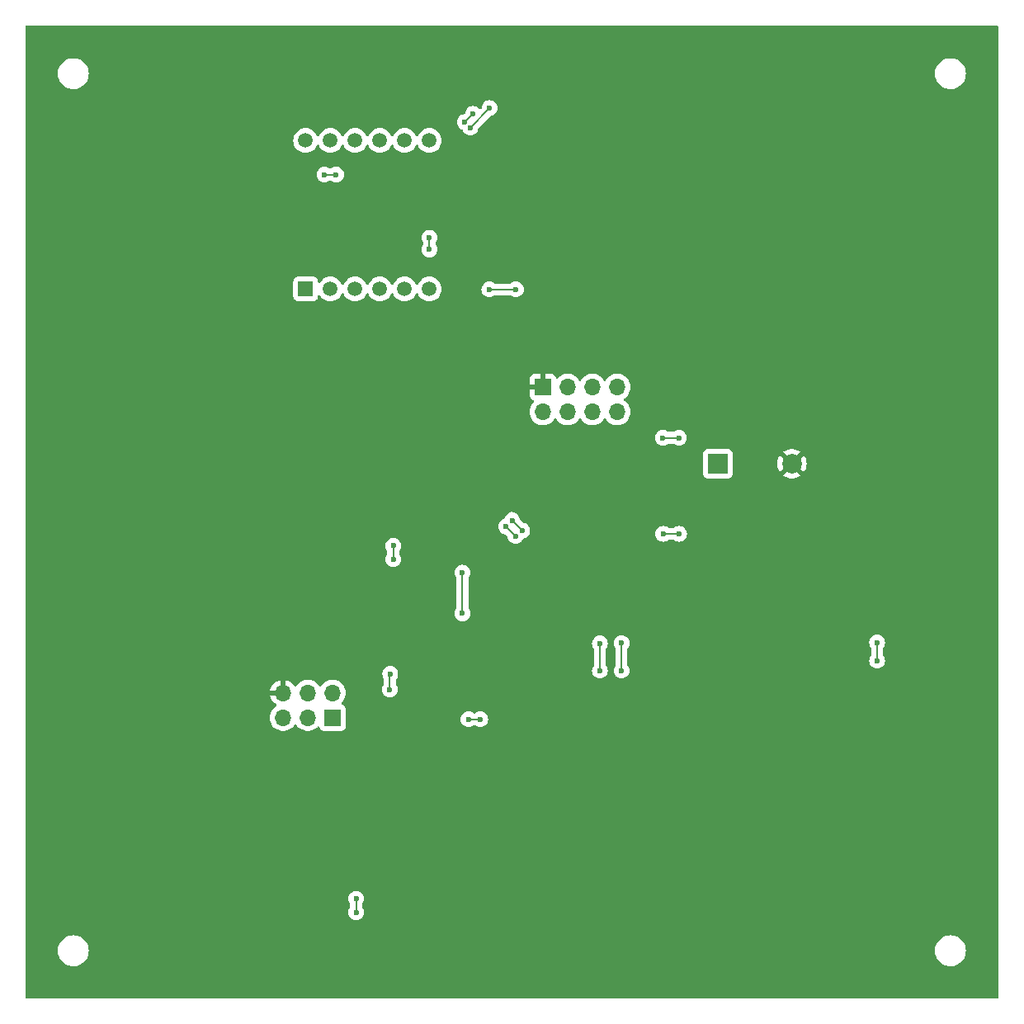
<source format=gbr>
%TF.GenerationSoftware,KiCad,Pcbnew,7.0.1*%
%TF.CreationDate,2023-04-20T18:42:27-06:00*%
%TF.ProjectId,Phase_B_Prototype,50686173-655f-4425-9f50-726f746f7479,rev?*%
%TF.SameCoordinates,Original*%
%TF.FileFunction,Copper,L2,Bot*%
%TF.FilePolarity,Positive*%
%FSLAX46Y46*%
G04 Gerber Fmt 4.6, Leading zero omitted, Abs format (unit mm)*
G04 Created by KiCad (PCBNEW 7.0.1) date 2023-04-20 18:42:27*
%MOMM*%
%LPD*%
G01*
G04 APERTURE LIST*
%TA.AperFunction,ComponentPad*%
%ADD10R,1.500000X1.500000*%
%TD*%
%TA.AperFunction,ComponentPad*%
%ADD11C,1.500000*%
%TD*%
%TA.AperFunction,ComponentPad*%
%ADD12R,1.700000X1.700000*%
%TD*%
%TA.AperFunction,ComponentPad*%
%ADD13O,1.700000X1.700000*%
%TD*%
%TA.AperFunction,ComponentPad*%
%ADD14R,2.000000X2.000000*%
%TD*%
%TA.AperFunction,ComponentPad*%
%ADD15C,2.000000*%
%TD*%
%TA.AperFunction,ViaPad*%
%ADD16C,0.600000*%
%TD*%
%TA.AperFunction,Conductor*%
%ADD17C,0.203200*%
%TD*%
G04 APERTURE END LIST*
D10*
%TO.P,U1,1,e*%
%TO.N,Net-(U1-e)*%
X132118000Y-59144000D03*
D11*
%TO.P,U1,2,d*%
%TO.N,Net-(U1-d)*%
X134658000Y-59144000D03*
%TO.P,U1,3,DPX*%
%TO.N,Net-(U1-DPX)*%
X137198000Y-59144000D03*
%TO.P,U1,4,c*%
%TO.N,Net-(U1-c)*%
X139738000Y-59144000D03*
%TO.P,U1,5,g*%
%TO.N,Net-(U1-g)*%
X142278000Y-59144000D03*
%TO.P,U1,6,CA4*%
%TO.N,Dig4*%
X144818000Y-59144000D03*
%TO.P,U1,7,b*%
%TO.N,Net-(U1-b)*%
X144818000Y-43904000D03*
%TO.P,U1,8,CA3*%
%TO.N,Dig3*%
X142278000Y-43904000D03*
%TO.P,U1,9,CA2*%
%TO.N,Dig2*%
X139738000Y-43904000D03*
%TO.P,U1,10,f*%
%TO.N,Net-(U1-f)*%
X137198000Y-43904000D03*
%TO.P,U1,11,a*%
%TO.N,Net-(U1-a)*%
X134658000Y-43904000D03*
%TO.P,U1,12,CA1*%
%TO.N,Dig1*%
X132118000Y-43904000D03*
%TD*%
D12*
%TO.P,J3,1,Pin_1*%
%TO.N,GND*%
X156464000Y-69215000D03*
D13*
%TO.P,J3,2,Pin_2*%
%TO.N,TX*%
X156464000Y-71755000D03*
%TO.P,J3,3,Pin_3*%
%TO.N,unconnected-(J3-Pin_3-Pad3)*%
X159004000Y-69215000D03*
%TO.P,J3,4,Pin_4*%
%TO.N,+3V3*%
X159004000Y-71755000D03*
%TO.P,J3,5,Pin_5*%
%TO.N,Net-(J3-Pin_5)*%
X161544000Y-69215000D03*
%TO.P,J3,6,Pin_6*%
%TO.N,+3V3*%
X161544000Y-71755000D03*
%TO.P,J3,7,Pin_7*%
%TO.N,RX*%
X164084000Y-69215000D03*
%TO.P,J3,8,Pin_8*%
%TO.N,+3V3*%
X164084000Y-71755000D03*
%TD*%
D12*
%TO.P,J2,1,MISO*%
%TO.N,MISO*%
X134886600Y-103136800D03*
D13*
%TO.P,J2,2,VCC*%
%TO.N,+5V*%
X134886600Y-100596800D03*
%TO.P,J2,3,SCK*%
%TO.N,SCK*%
X132346600Y-103136800D03*
%TO.P,J2,4,MOSI*%
%TO.N,MOSI*%
X132346600Y-100596800D03*
%TO.P,J2,5,~{RST}*%
%TO.N,RST*%
X129806600Y-103136800D03*
%TO.P,J2,6,GND*%
%TO.N,GND*%
X129806600Y-100596800D03*
%TD*%
D14*
%TO.P,LS1,1,1*%
%TO.N,Buzzer*%
X174421800Y-77063600D03*
D15*
%TO.P,LS1,2,2*%
%TO.N,GND*%
X182021800Y-77063600D03*
%TD*%
D16*
%TO.N,GND*%
X121475400Y-88658800D03*
X144551400Y-109042200D03*
X111315400Y-96355000D03*
X158369000Y-77393800D03*
X166674800Y-77139800D03*
X149428200Y-87630000D03*
X148846600Y-112179200D03*
X145846800Y-106934000D03*
X185813600Y-105549800D03*
X184162600Y-59470400D03*
X182257600Y-59470400D03*
X154622400Y-118376800D03*
X146586000Y-108674000D03*
X137490200Y-89016600D03*
X122542200Y-93738800D03*
X141008000Y-77813000D03*
X150952200Y-112166400D03*
X153555600Y-99936400D03*
X161663300Y-80581000D03*
X146240400Y-99911000D03*
X137452000Y-80403800D03*
X142294100Y-110217200D03*
X136855200Y-96774000D03*
X153555600Y-90665400D03*
X146989800Y-86842600D03*
X144640200Y-90716200D03*
X143865600Y-85318600D03*
X160705800Y-83235800D03*
X143243200Y-94551600D03*
X151041000Y-90716200D03*
X136804400Y-95046800D03*
X157988000Y-98780600D03*
X136829200Y-91846400D03*
%TO.N,Button_2*%
X150041700Y-103314600D03*
X148839500Y-103314600D03*
%TO.N,RED_LED*%
X170425500Y-74422000D03*
X168783000Y-74422000D03*
%TO.N,GREEN_LED*%
X190766600Y-95415200D03*
X190759842Y-97288042D03*
%TO.N,Net-(U1-b)*%
X144818000Y-55096900D03*
X144818000Y-53894700D03*
%TO.N,Net-(U1-f)*%
X135259100Y-47409200D03*
X134056900Y-47409200D03*
%TO.N,Dig4*%
X168820100Y-84277200D03*
X170434000Y-84277200D03*
X153698881Y-59194800D03*
X150973300Y-59194800D03*
%TO.N,Dig3*%
X137299600Y-121725400D03*
X149009591Y-42595676D03*
X151006645Y-40585100D03*
X137299600Y-123105400D03*
%TO.N,Dig2*%
X149294342Y-41180258D03*
X148444258Y-42030342D03*
%TO.N,Dig1*%
X153308996Y-82900396D03*
X154343000Y-83934400D03*
%TO.N,SH_CP*%
X141109600Y-85505000D03*
X141109600Y-86885000D03*
%TO.N,ST_CP*%
X148209000Y-88265000D03*
X148209000Y-92447600D03*
%TO.N,DS*%
X152686696Y-83522696D03*
X153662504Y-84498504D03*
%TO.N,MOSI*%
X140798042Y-98634242D03*
X140759942Y-100247142D03*
%TO.N,TX*%
X164528400Y-95491400D03*
X164528400Y-98314700D03*
%TO.N,RX*%
X162318600Y-95512500D03*
X162318600Y-98314700D03*
%TD*%
D17*
%TO.N,Button_2*%
X150041700Y-103314600D02*
X148839500Y-103314600D01*
%TO.N,RED_LED*%
X168783000Y-74422000D02*
X170425500Y-74422000D01*
%TO.N,GREEN_LED*%
X190759842Y-95421958D02*
X190766600Y-95415200D01*
X190759842Y-97288042D02*
X190759842Y-95421958D01*
%TO.N,Net-(U1-b)*%
X144818000Y-55096900D02*
X144818000Y-53894700D01*
%TO.N,Net-(U1-f)*%
X134056900Y-47409200D02*
X135259100Y-47409200D01*
%TO.N,Dig4*%
X153698881Y-59194800D02*
X150973300Y-59194800D01*
X168820100Y-84277200D02*
X170434000Y-84277200D01*
%TO.N,Dig3*%
X137299600Y-121725400D02*
X137299600Y-123105400D01*
X151006645Y-40585100D02*
X149009591Y-42582154D01*
X149009591Y-42582154D02*
X149009591Y-42595676D01*
%TO.N,Dig2*%
X149294342Y-41180258D02*
X148444258Y-42030342D01*
%TO.N,Dig1*%
X154343000Y-83934400D02*
X153308996Y-82900396D01*
%TO.N,SH_CP*%
X141109600Y-85505000D02*
X141109600Y-86885000D01*
%TO.N,ST_CP*%
X148209000Y-88265000D02*
X148209000Y-92447600D01*
%TO.N,DS*%
X152686696Y-83522696D02*
X153662504Y-84498504D01*
%TO.N,MOSI*%
X140759942Y-100247142D02*
X140759942Y-98596142D01*
X140759942Y-98596142D02*
X140798042Y-98634242D01*
%TO.N,TX*%
X164528400Y-95491400D02*
X164528400Y-98314700D01*
%TO.N,RX*%
X162318600Y-95512500D02*
X162318600Y-98314700D01*
%TD*%
%TA.AperFunction,Conductor*%
%TO.N,GND*%
G36*
X203151500Y-32134113D02*
G01*
X203196887Y-32179500D01*
X203213500Y-32241500D01*
X203213500Y-131842500D01*
X203196887Y-131904500D01*
X203151500Y-131949887D01*
X203089500Y-131966500D01*
X103488500Y-131966500D01*
X103426500Y-131949887D01*
X103381113Y-131904500D01*
X103364500Y-131842500D01*
X103364500Y-127042000D01*
X106708628Y-127042000D01*
X106728085Y-127289226D01*
X106785976Y-127530362D01*
X106845821Y-127674840D01*
X106880878Y-127759474D01*
X107010452Y-127970919D01*
X107171508Y-128159492D01*
X107360081Y-128320548D01*
X107571526Y-128450122D01*
X107740792Y-128520234D01*
X107800637Y-128545023D01*
X107876818Y-128563312D01*
X108041775Y-128602915D01*
X108289000Y-128622372D01*
X108536225Y-128602915D01*
X108777362Y-128545023D01*
X109006474Y-128450122D01*
X109217919Y-128320548D01*
X109406492Y-128159492D01*
X109567548Y-127970919D01*
X109697122Y-127759474D01*
X109792023Y-127530362D01*
X109849915Y-127289225D01*
X109869372Y-127042000D01*
X109869372Y-127041999D01*
X196708628Y-127041999D01*
X196728085Y-127289226D01*
X196785976Y-127530362D01*
X196845821Y-127674840D01*
X196880878Y-127759474D01*
X197010452Y-127970919D01*
X197171508Y-128159492D01*
X197360081Y-128320548D01*
X197571526Y-128450122D01*
X197740792Y-128520234D01*
X197800637Y-128545023D01*
X197876818Y-128563312D01*
X198041775Y-128602915D01*
X198289000Y-128622372D01*
X198536225Y-128602915D01*
X198777362Y-128545023D01*
X199006474Y-128450122D01*
X199217919Y-128320548D01*
X199406492Y-128159492D01*
X199567548Y-127970919D01*
X199697122Y-127759474D01*
X199792023Y-127530362D01*
X199849915Y-127289225D01*
X199869372Y-127042000D01*
X199849915Y-126794775D01*
X199792023Y-126553638D01*
X199697122Y-126324526D01*
X199567548Y-126113081D01*
X199406492Y-125924508D01*
X199217919Y-125763452D01*
X199006474Y-125633878D01*
X198921840Y-125598821D01*
X198777362Y-125538976D01*
X198536226Y-125481085D01*
X198289000Y-125461628D01*
X198041773Y-125481085D01*
X197800637Y-125538976D01*
X197571524Y-125633879D01*
X197360082Y-125763451D01*
X197171508Y-125924508D01*
X197010451Y-126113082D01*
X196880879Y-126324524D01*
X196785976Y-126553637D01*
X196728085Y-126794773D01*
X196708628Y-127041999D01*
X109869372Y-127041999D01*
X109849915Y-126794775D01*
X109792023Y-126553638D01*
X109697122Y-126324526D01*
X109567548Y-126113081D01*
X109406492Y-125924508D01*
X109217919Y-125763452D01*
X109006474Y-125633878D01*
X108921840Y-125598821D01*
X108777362Y-125538976D01*
X108536226Y-125481085D01*
X108289000Y-125461628D01*
X108041773Y-125481085D01*
X107800637Y-125538976D01*
X107571524Y-125633879D01*
X107360082Y-125763451D01*
X107171508Y-125924508D01*
X107010451Y-126113082D01*
X106880879Y-126324524D01*
X106785976Y-126553637D01*
X106728085Y-126794773D01*
X106708628Y-127042000D01*
X103364500Y-127042000D01*
X103364500Y-123105400D01*
X136485983Y-123105400D01*
X136506382Y-123286444D01*
X136506382Y-123286446D01*
X136506383Y-123286447D01*
X136566557Y-123458415D01*
X136663489Y-123612681D01*
X136792319Y-123741511D01*
X136946585Y-123838443D01*
X137118553Y-123898617D01*
X137299600Y-123919016D01*
X137480647Y-123898617D01*
X137652615Y-123838443D01*
X137806881Y-123741511D01*
X137935711Y-123612681D01*
X138032643Y-123458415D01*
X138092817Y-123286447D01*
X138113216Y-123105400D01*
X138092817Y-122924353D01*
X138032643Y-122752385D01*
X137935711Y-122598119D01*
X137935708Y-122598116D01*
X137928706Y-122586972D01*
X137909700Y-122521000D01*
X137909700Y-122309800D01*
X137928706Y-122243828D01*
X137935708Y-122232683D01*
X137935711Y-122232681D01*
X138032643Y-122078415D01*
X138092817Y-121906447D01*
X138113216Y-121725400D01*
X138092817Y-121544353D01*
X138032643Y-121372385D01*
X137935711Y-121218119D01*
X137806881Y-121089289D01*
X137652615Y-120992357D01*
X137480647Y-120932183D01*
X137480646Y-120932182D01*
X137480644Y-120932182D01*
X137299600Y-120911783D01*
X137118555Y-120932182D01*
X136946584Y-120992357D01*
X136792317Y-121089290D01*
X136663490Y-121218117D01*
X136566557Y-121372384D01*
X136506382Y-121544355D01*
X136485983Y-121725399D01*
X136506382Y-121906444D01*
X136506382Y-121906446D01*
X136506383Y-121906447D01*
X136566557Y-122078415D01*
X136663489Y-122232681D01*
X136663491Y-122232683D01*
X136670494Y-122243828D01*
X136689500Y-122309800D01*
X136689500Y-122521000D01*
X136670494Y-122586972D01*
X136663491Y-122598116D01*
X136663489Y-122598119D01*
X136566556Y-122752385D01*
X136566557Y-122752385D01*
X136506382Y-122924355D01*
X136485983Y-123105400D01*
X103364500Y-123105400D01*
X103364500Y-103136799D01*
X128443443Y-103136799D01*
X128462035Y-103361163D01*
X128517305Y-103579418D01*
X128607738Y-103785588D01*
X128607740Y-103785591D01*
X128730878Y-103974068D01*
X128883360Y-104139706D01*
X129061024Y-104277989D01*
X129259026Y-104385142D01*
X129471965Y-104458244D01*
X129694031Y-104495300D01*
X129919169Y-104495300D01*
X130141235Y-104458244D01*
X130354174Y-104385142D01*
X130552176Y-104277989D01*
X130729840Y-104139706D01*
X130882322Y-103974068D01*
X130972790Y-103835595D01*
X131017582Y-103794361D01*
X131076600Y-103779416D01*
X131135618Y-103794361D01*
X131180409Y-103835595D01*
X131251041Y-103943706D01*
X131270878Y-103974068D01*
X131423360Y-104139706D01*
X131601024Y-104277989D01*
X131799026Y-104385142D01*
X132011965Y-104458244D01*
X132234031Y-104495300D01*
X132459169Y-104495300D01*
X132681235Y-104458244D01*
X132894174Y-104385142D01*
X133092176Y-104277989D01*
X133269840Y-104139706D01*
X133333052Y-104071039D01*
X133385673Y-104037187D01*
X133448128Y-104033339D01*
X133504509Y-104060476D01*
X133540461Y-104111689D01*
X133585710Y-104233004D01*
X133673338Y-104350061D01*
X133790396Y-104437689D01*
X133927394Y-104488788D01*
X133927397Y-104488788D01*
X133927399Y-104488789D01*
X133987962Y-104495300D01*
X135785234Y-104495300D01*
X135785238Y-104495300D01*
X135845801Y-104488789D01*
X135845803Y-104488788D01*
X135845805Y-104488788D01*
X135927697Y-104458243D01*
X135982804Y-104437689D01*
X136099861Y-104350061D01*
X136187489Y-104233004D01*
X136222288Y-104139705D01*
X136238588Y-104096005D01*
X136238588Y-104096003D01*
X136238589Y-104096001D01*
X136245100Y-104035438D01*
X136245100Y-103314600D01*
X148025883Y-103314600D01*
X148046282Y-103495644D01*
X148046282Y-103495646D01*
X148046283Y-103495647D01*
X148106457Y-103667615D01*
X148203389Y-103821881D01*
X148332219Y-103950711D01*
X148486485Y-104047643D01*
X148658453Y-104107817D01*
X148839500Y-104128216D01*
X149020547Y-104107817D01*
X149192515Y-104047643D01*
X149346781Y-103950711D01*
X149346783Y-103950708D01*
X149357928Y-103943706D01*
X149423900Y-103924700D01*
X149457300Y-103924700D01*
X149523272Y-103943706D01*
X149534416Y-103950708D01*
X149534419Y-103950711D01*
X149688685Y-104047643D01*
X149860653Y-104107817D01*
X149981351Y-104121416D01*
X150041699Y-104128216D01*
X150041699Y-104128215D01*
X150041700Y-104128216D01*
X150222747Y-104107817D01*
X150394715Y-104047643D01*
X150548981Y-103950711D01*
X150677811Y-103821881D01*
X150774743Y-103667615D01*
X150834917Y-103495647D01*
X150855316Y-103314600D01*
X150834917Y-103133553D01*
X150774743Y-102961585D01*
X150677811Y-102807319D01*
X150548981Y-102678489D01*
X150394715Y-102581557D01*
X150222747Y-102521383D01*
X150222746Y-102521382D01*
X150222744Y-102521382D01*
X150041700Y-102500983D01*
X149860655Y-102521382D01*
X149688685Y-102581556D01*
X149688685Y-102581557D01*
X149534419Y-102678489D01*
X149534416Y-102678491D01*
X149523272Y-102685494D01*
X149457300Y-102704500D01*
X149423900Y-102704500D01*
X149357928Y-102685494D01*
X149346783Y-102678491D01*
X149346781Y-102678489D01*
X149192515Y-102581557D01*
X149020547Y-102521383D01*
X149020546Y-102521382D01*
X149020544Y-102521382D01*
X148839500Y-102500983D01*
X148658455Y-102521382D01*
X148486484Y-102581557D01*
X148332217Y-102678490D01*
X148203390Y-102807317D01*
X148106457Y-102961584D01*
X148046282Y-103133555D01*
X148025883Y-103314600D01*
X136245100Y-103314600D01*
X136245100Y-102238162D01*
X136238589Y-102177599D01*
X136238588Y-102177597D01*
X136238588Y-102177594D01*
X136187489Y-102040596D01*
X136099861Y-101923538D01*
X135982803Y-101835910D01*
X135865005Y-101791973D01*
X135815470Y-101757958D01*
X135787743Y-101704648D01*
X135788336Y-101644561D01*
X135817108Y-101591809D01*
X135962322Y-101434068D01*
X136085460Y-101245591D01*
X136175896Y-101039416D01*
X136231164Y-100821168D01*
X136249756Y-100596800D01*
X136231164Y-100372432D01*
X136199436Y-100247142D01*
X139946325Y-100247142D01*
X139966724Y-100428186D01*
X139966724Y-100428188D01*
X139966725Y-100428189D01*
X140026899Y-100600157D01*
X140123831Y-100754423D01*
X140252661Y-100883253D01*
X140406927Y-100980185D01*
X140578895Y-101040359D01*
X140759942Y-101060758D01*
X140940989Y-101040359D01*
X141112957Y-100980185D01*
X141267223Y-100883253D01*
X141396053Y-100754423D01*
X141492985Y-100600157D01*
X141553159Y-100428189D01*
X141573558Y-100247142D01*
X141553159Y-100066095D01*
X141492985Y-99894127D01*
X141396053Y-99739861D01*
X141396050Y-99739858D01*
X141389048Y-99728714D01*
X141370042Y-99662742D01*
X141370042Y-99256996D01*
X141379481Y-99209543D01*
X141406361Y-99169315D01*
X141417668Y-99158008D01*
X141434153Y-99141523D01*
X141531085Y-98987257D01*
X141591259Y-98815289D01*
X141611658Y-98634242D01*
X141591259Y-98453195D01*
X141542798Y-98314700D01*
X161504983Y-98314700D01*
X161525382Y-98495744D01*
X161525382Y-98495746D01*
X161525383Y-98495747D01*
X161585557Y-98667715D01*
X161682489Y-98821981D01*
X161811319Y-98950811D01*
X161965585Y-99047743D01*
X162137553Y-99107917D01*
X162318600Y-99128316D01*
X162499647Y-99107917D01*
X162671615Y-99047743D01*
X162825881Y-98950811D01*
X162954711Y-98821981D01*
X163051643Y-98667715D01*
X163111817Y-98495747D01*
X163132216Y-98314700D01*
X163714783Y-98314700D01*
X163735182Y-98495744D01*
X163735182Y-98495746D01*
X163735183Y-98495747D01*
X163795357Y-98667715D01*
X163892289Y-98821981D01*
X164021119Y-98950811D01*
X164175385Y-99047743D01*
X164347353Y-99107917D01*
X164528400Y-99128316D01*
X164709447Y-99107917D01*
X164881415Y-99047743D01*
X165035681Y-98950811D01*
X165164511Y-98821981D01*
X165261443Y-98667715D01*
X165321617Y-98495747D01*
X165342016Y-98314700D01*
X165321617Y-98133653D01*
X165261443Y-97961685D01*
X165164511Y-97807419D01*
X165164508Y-97807416D01*
X165157506Y-97796272D01*
X165138500Y-97730300D01*
X165138500Y-97288042D01*
X189946225Y-97288042D01*
X189966624Y-97469086D01*
X189966624Y-97469088D01*
X189966625Y-97469089D01*
X190026799Y-97641057D01*
X190123731Y-97795323D01*
X190252561Y-97924153D01*
X190406827Y-98021085D01*
X190578795Y-98081259D01*
X190759842Y-98101658D01*
X190940889Y-98081259D01*
X191112857Y-98021085D01*
X191267123Y-97924153D01*
X191395953Y-97795323D01*
X191492885Y-97641057D01*
X191553059Y-97469089D01*
X191573458Y-97288042D01*
X191553059Y-97106995D01*
X191492885Y-96935027D01*
X191395953Y-96780761D01*
X191395950Y-96780758D01*
X191388948Y-96769614D01*
X191369942Y-96703642D01*
X191369942Y-96006612D01*
X191379381Y-95959159D01*
X191395775Y-95934623D01*
X191395277Y-95934311D01*
X191402709Y-95922482D01*
X191402711Y-95922481D01*
X191499643Y-95768215D01*
X191559817Y-95596247D01*
X191580216Y-95415200D01*
X191559817Y-95234153D01*
X191499643Y-95062185D01*
X191402711Y-94907919D01*
X191273881Y-94779089D01*
X191119615Y-94682157D01*
X190947647Y-94621983D01*
X190947646Y-94621982D01*
X190947644Y-94621982D01*
X190766600Y-94601583D01*
X190585555Y-94621982D01*
X190413584Y-94682157D01*
X190259317Y-94779090D01*
X190130490Y-94907917D01*
X190033557Y-95062184D01*
X189973382Y-95234155D01*
X189952983Y-95415199D01*
X189973382Y-95596244D01*
X189973382Y-95596246D01*
X189973383Y-95596247D01*
X190033557Y-95768215D01*
X190130489Y-95922481D01*
X190130490Y-95922482D01*
X190130736Y-95922873D01*
X190149742Y-95988845D01*
X190149742Y-96703642D01*
X190130736Y-96769614D01*
X190123733Y-96780758D01*
X190123731Y-96780761D01*
X190026798Y-96935027D01*
X190026799Y-96935027D01*
X189966624Y-97106997D01*
X189946225Y-97288042D01*
X165138500Y-97288042D01*
X165138500Y-96075800D01*
X165157506Y-96009828D01*
X165164508Y-95998683D01*
X165164511Y-95998681D01*
X165261443Y-95844415D01*
X165321617Y-95672447D01*
X165342016Y-95491400D01*
X165321617Y-95310353D01*
X165261443Y-95138385D01*
X165164511Y-94984119D01*
X165035681Y-94855289D01*
X164881415Y-94758357D01*
X164709447Y-94698183D01*
X164709446Y-94698182D01*
X164709444Y-94698182D01*
X164528400Y-94677783D01*
X164347355Y-94698182D01*
X164175384Y-94758357D01*
X164021117Y-94855290D01*
X163892290Y-94984117D01*
X163795357Y-95138384D01*
X163735182Y-95310355D01*
X163714783Y-95491400D01*
X163735182Y-95672444D01*
X163735182Y-95672446D01*
X163735183Y-95672447D01*
X163795357Y-95844415D01*
X163892289Y-95998681D01*
X163892291Y-95998683D01*
X163899294Y-96009828D01*
X163918300Y-96075800D01*
X163918300Y-97730300D01*
X163899294Y-97796272D01*
X163892291Y-97807416D01*
X163892289Y-97807419D01*
X163833363Y-97901199D01*
X163795357Y-97961685D01*
X163735182Y-98133655D01*
X163714783Y-98314700D01*
X163132216Y-98314700D01*
X163111817Y-98133653D01*
X163051643Y-97961685D01*
X162954711Y-97807419D01*
X162954708Y-97807416D01*
X162947706Y-97796272D01*
X162928700Y-97730300D01*
X162928700Y-96096900D01*
X162947706Y-96030928D01*
X162954708Y-96019783D01*
X162954711Y-96019781D01*
X163051643Y-95865515D01*
X163111817Y-95693547D01*
X163132216Y-95512500D01*
X163111817Y-95331453D01*
X163051643Y-95159485D01*
X162954711Y-95005219D01*
X162825881Y-94876389D01*
X162671615Y-94779457D01*
X162499647Y-94719283D01*
X162499646Y-94719282D01*
X162499644Y-94719282D01*
X162318600Y-94698883D01*
X162137555Y-94719282D01*
X161965584Y-94779457D01*
X161811317Y-94876390D01*
X161682490Y-95005217D01*
X161585557Y-95159484D01*
X161525382Y-95331455D01*
X161504983Y-95512499D01*
X161525382Y-95693544D01*
X161525382Y-95693546D01*
X161525383Y-95693547D01*
X161585557Y-95865515D01*
X161682489Y-96019781D01*
X161682491Y-96019783D01*
X161689494Y-96030928D01*
X161708500Y-96096900D01*
X161708500Y-97730300D01*
X161689494Y-97796272D01*
X161682491Y-97807416D01*
X161682489Y-97807419D01*
X161623563Y-97901199D01*
X161585557Y-97961685D01*
X161525382Y-98133655D01*
X161504983Y-98314700D01*
X141542798Y-98314700D01*
X141531085Y-98281227D01*
X141434153Y-98126961D01*
X141305323Y-97998131D01*
X141151057Y-97901199D01*
X140979089Y-97841025D01*
X140979088Y-97841024D01*
X140979086Y-97841024D01*
X140798042Y-97820625D01*
X140616997Y-97841024D01*
X140445026Y-97901199D01*
X140290759Y-97998132D01*
X140161932Y-98126959D01*
X140064999Y-98281226D01*
X140004824Y-98453197D01*
X139984425Y-98634241D01*
X140004824Y-98815286D01*
X140064999Y-98987257D01*
X140130836Y-99092036D01*
X140149842Y-99158008D01*
X140149842Y-99662742D01*
X140130836Y-99728714D01*
X140123833Y-99739858D01*
X140123831Y-99739861D01*
X140111470Y-99759534D01*
X140026899Y-99894127D01*
X139966724Y-100066097D01*
X139946325Y-100247142D01*
X136199436Y-100247142D01*
X136175896Y-100154184D01*
X136085460Y-99948009D01*
X135962322Y-99759532D01*
X135809840Y-99593894D01*
X135632176Y-99455611D01*
X135434174Y-99348458D01*
X135434173Y-99348457D01*
X135434172Y-99348457D01*
X135221236Y-99275356D01*
X134999169Y-99238300D01*
X134774031Y-99238300D01*
X134551963Y-99275356D01*
X134339027Y-99348457D01*
X134141024Y-99455611D01*
X133963360Y-99593894D01*
X133810879Y-99759530D01*
X133720409Y-99898005D01*
X133675617Y-99939238D01*
X133616600Y-99954183D01*
X133557583Y-99939238D01*
X133512791Y-99898005D01*
X133422323Y-99759534D01*
X133422322Y-99759532D01*
X133269840Y-99593894D01*
X133092176Y-99455611D01*
X132894174Y-99348458D01*
X132894173Y-99348457D01*
X132894172Y-99348457D01*
X132681236Y-99275356D01*
X132459169Y-99238300D01*
X132234031Y-99238300D01*
X132011963Y-99275356D01*
X131799027Y-99348457D01*
X131601024Y-99455611D01*
X131423360Y-99593894D01*
X131270875Y-99759534D01*
X131176850Y-99903450D01*
X131132934Y-99944205D01*
X131075035Y-99959612D01*
X131016671Y-99946074D01*
X130971467Y-99906751D01*
X130844709Y-99725721D01*
X130677681Y-99558693D01*
X130484176Y-99423199D01*
X130270092Y-99323369D01*
X130056600Y-99266164D01*
X130056600Y-100722800D01*
X130039987Y-100784800D01*
X129994600Y-100830187D01*
X129932600Y-100846800D01*
X128475964Y-100846800D01*
X128533169Y-101060292D01*
X128632999Y-101274376D01*
X128768493Y-101467881D01*
X128935518Y-101634906D01*
X129116402Y-101761563D01*
X129156865Y-101809061D01*
X129169074Y-101870252D01*
X129149936Y-101929642D01*
X129104298Y-101972192D01*
X129061022Y-101995612D01*
X128883360Y-102133894D01*
X128730879Y-102299530D01*
X128607738Y-102488011D01*
X128517305Y-102694181D01*
X128462035Y-102912436D01*
X128443443Y-103136799D01*
X103364500Y-103136799D01*
X103364500Y-100346800D01*
X128475964Y-100346800D01*
X129556600Y-100346800D01*
X129556600Y-99266164D01*
X129556599Y-99266164D01*
X129343107Y-99323369D01*
X129129021Y-99423200D01*
X128935521Y-99558690D01*
X128768490Y-99725721D01*
X128633000Y-99919221D01*
X128533169Y-100133307D01*
X128475964Y-100346799D01*
X128475964Y-100346800D01*
X103364500Y-100346800D01*
X103364500Y-92447599D01*
X147395383Y-92447599D01*
X147415782Y-92628644D01*
X147415782Y-92628646D01*
X147415783Y-92628647D01*
X147475957Y-92800615D01*
X147572889Y-92954881D01*
X147701719Y-93083711D01*
X147855985Y-93180643D01*
X148027953Y-93240817D01*
X148209000Y-93261216D01*
X148390047Y-93240817D01*
X148562015Y-93180643D01*
X148716281Y-93083711D01*
X148845111Y-92954881D01*
X148942043Y-92800615D01*
X149002217Y-92628647D01*
X149022616Y-92447600D01*
X149002217Y-92266553D01*
X148942043Y-92094585D01*
X148845111Y-91940319D01*
X148845108Y-91940316D01*
X148838106Y-91929172D01*
X148819100Y-91863200D01*
X148819100Y-88849400D01*
X148838106Y-88783428D01*
X148845108Y-88772283D01*
X148845111Y-88772281D01*
X148942043Y-88618015D01*
X149002217Y-88446047D01*
X149022616Y-88265000D01*
X149002217Y-88083953D01*
X148942043Y-87911985D01*
X148845111Y-87757719D01*
X148716281Y-87628889D01*
X148562015Y-87531957D01*
X148390047Y-87471783D01*
X148390046Y-87471782D01*
X148390044Y-87471782D01*
X148209000Y-87451383D01*
X148027955Y-87471782D01*
X147855984Y-87531957D01*
X147701717Y-87628890D01*
X147572890Y-87757717D01*
X147475957Y-87911984D01*
X147415782Y-88083955D01*
X147395383Y-88265000D01*
X147415782Y-88446044D01*
X147415782Y-88446046D01*
X147415783Y-88446047D01*
X147475957Y-88618015D01*
X147572889Y-88772281D01*
X147572891Y-88772283D01*
X147579894Y-88783428D01*
X147598900Y-88849400D01*
X147598900Y-91863200D01*
X147579894Y-91929172D01*
X147572891Y-91940316D01*
X147572889Y-91940319D01*
X147475956Y-92094585D01*
X147475957Y-92094585D01*
X147415782Y-92266555D01*
X147395383Y-92447599D01*
X103364500Y-92447599D01*
X103364500Y-86885000D01*
X140295983Y-86885000D01*
X140316382Y-87066044D01*
X140316382Y-87066046D01*
X140316383Y-87066047D01*
X140376557Y-87238015D01*
X140473489Y-87392281D01*
X140602319Y-87521111D01*
X140756585Y-87618043D01*
X140928553Y-87678217D01*
X141109600Y-87698616D01*
X141290647Y-87678217D01*
X141462615Y-87618043D01*
X141616881Y-87521111D01*
X141745711Y-87392281D01*
X141842643Y-87238015D01*
X141902817Y-87066047D01*
X141923216Y-86885000D01*
X141902817Y-86703953D01*
X141842643Y-86531985D01*
X141745711Y-86377719D01*
X141745708Y-86377716D01*
X141738706Y-86366572D01*
X141719700Y-86300600D01*
X141719700Y-86089400D01*
X141738706Y-86023428D01*
X141745708Y-86012283D01*
X141745711Y-86012281D01*
X141842643Y-85858015D01*
X141902817Y-85686047D01*
X141923216Y-85505000D01*
X141902817Y-85323953D01*
X141842643Y-85151985D01*
X141745711Y-84997719D01*
X141616881Y-84868889D01*
X141462615Y-84771957D01*
X141290647Y-84711783D01*
X141290646Y-84711782D01*
X141290644Y-84711782D01*
X141109600Y-84691383D01*
X140928555Y-84711782D01*
X140756584Y-84771957D01*
X140602317Y-84868890D01*
X140473490Y-84997717D01*
X140376557Y-85151984D01*
X140316382Y-85323955D01*
X140295983Y-85505000D01*
X140316382Y-85686044D01*
X140316382Y-85686046D01*
X140316383Y-85686047D01*
X140376557Y-85858015D01*
X140473489Y-86012281D01*
X140473491Y-86012283D01*
X140480494Y-86023428D01*
X140499500Y-86089400D01*
X140499500Y-86300600D01*
X140480494Y-86366572D01*
X140473491Y-86377716D01*
X140473489Y-86377719D01*
X140376556Y-86531985D01*
X140376557Y-86531985D01*
X140316382Y-86703955D01*
X140295983Y-86885000D01*
X103364500Y-86885000D01*
X103364500Y-83522695D01*
X151873079Y-83522695D01*
X151893478Y-83703740D01*
X151893478Y-83703742D01*
X151893479Y-83703743D01*
X151953653Y-83875711D01*
X152050585Y-84029977D01*
X152179415Y-84158807D01*
X152333681Y-84255739D01*
X152505649Y-84315913D01*
X152570762Y-84323249D01*
X152588136Y-84325207D01*
X152628054Y-84336707D01*
X152661934Y-84360746D01*
X152824453Y-84523265D01*
X152848492Y-84557144D01*
X152859992Y-84597062D01*
X152869286Y-84679548D01*
X152869286Y-84679550D01*
X152869287Y-84679551D01*
X152929461Y-84851519D01*
X153026393Y-85005785D01*
X153155223Y-85134615D01*
X153309489Y-85231547D01*
X153481457Y-85291721D01*
X153662504Y-85312120D01*
X153843551Y-85291721D01*
X154015519Y-85231547D01*
X154169785Y-85134615D01*
X154298615Y-85005785D01*
X154395547Y-84851519D01*
X154409674Y-84811145D01*
X154449403Y-84755152D01*
X154512832Y-84728880D01*
X154524047Y-84727617D01*
X154696015Y-84667443D01*
X154850281Y-84570511D01*
X154979111Y-84441681D01*
X155076043Y-84287415D01*
X155079618Y-84277199D01*
X168006483Y-84277199D01*
X168026882Y-84458244D01*
X168026882Y-84458246D01*
X168026883Y-84458247D01*
X168087057Y-84630215D01*
X168183989Y-84784481D01*
X168312819Y-84913311D01*
X168467085Y-85010243D01*
X168639053Y-85070417D01*
X168820100Y-85090816D01*
X169001147Y-85070417D01*
X169173115Y-85010243D01*
X169327381Y-84913311D01*
X169327383Y-84913308D01*
X169338528Y-84906306D01*
X169404500Y-84887300D01*
X169849600Y-84887300D01*
X169915572Y-84906306D01*
X169926716Y-84913308D01*
X169926719Y-84913311D01*
X170080985Y-85010243D01*
X170252953Y-85070417D01*
X170434000Y-85090816D01*
X170615047Y-85070417D01*
X170787015Y-85010243D01*
X170941281Y-84913311D01*
X171070111Y-84784481D01*
X171167043Y-84630215D01*
X171227217Y-84458247D01*
X171247616Y-84277200D01*
X171227217Y-84096153D01*
X171167043Y-83924185D01*
X171070111Y-83769919D01*
X170941281Y-83641089D01*
X170787015Y-83544157D01*
X170615047Y-83483983D01*
X170615046Y-83483982D01*
X170615044Y-83483982D01*
X170434000Y-83463583D01*
X170252955Y-83483982D01*
X170142320Y-83522695D01*
X170080985Y-83544157D01*
X169926719Y-83641089D01*
X169926716Y-83641091D01*
X169915572Y-83648094D01*
X169849600Y-83667100D01*
X169404500Y-83667100D01*
X169338528Y-83648094D01*
X169327383Y-83641091D01*
X169327381Y-83641089D01*
X169173115Y-83544157D01*
X169001147Y-83483983D01*
X169001146Y-83483982D01*
X169001144Y-83483982D01*
X168820100Y-83463583D01*
X168639055Y-83483982D01*
X168467084Y-83544157D01*
X168312817Y-83641090D01*
X168183990Y-83769917D01*
X168087057Y-83924184D01*
X168026882Y-84096155D01*
X168006483Y-84277199D01*
X155079618Y-84277199D01*
X155136217Y-84115447D01*
X155156616Y-83934400D01*
X155136217Y-83753353D01*
X155076043Y-83581385D01*
X154979111Y-83427119D01*
X154850281Y-83298289D01*
X154696015Y-83201357D01*
X154524047Y-83141183D01*
X154524046Y-83141182D01*
X154524044Y-83141182D01*
X154441558Y-83131888D01*
X154401640Y-83120388D01*
X154367761Y-83096349D01*
X154147046Y-82875634D01*
X154123007Y-82841754D01*
X154111507Y-82801836D01*
X154102213Y-82719351D01*
X154102213Y-82719349D01*
X154042039Y-82547381D01*
X153945107Y-82393115D01*
X153816277Y-82264285D01*
X153662011Y-82167353D01*
X153490043Y-82107179D01*
X153490042Y-82107178D01*
X153490040Y-82107178D01*
X153476024Y-82105599D01*
X153431148Y-82091572D01*
X153394720Y-82061847D01*
X153371978Y-82020696D01*
X153361731Y-81989158D01*
X153316781Y-81956500D01*
X153261219Y-81956500D01*
X153261218Y-81956500D01*
X153216269Y-81989157D01*
X153203318Y-82029017D01*
X153174047Y-82077391D01*
X153126342Y-82107740D01*
X152955983Y-82167351D01*
X152801713Y-82264286D01*
X152672886Y-82393113D01*
X152575952Y-82547382D01*
X152532874Y-82670489D01*
X152503514Y-82717214D01*
X152456789Y-82746574D01*
X152333682Y-82789652D01*
X152179413Y-82886586D01*
X152050586Y-83015413D01*
X151953653Y-83169680D01*
X151893478Y-83341651D01*
X151873079Y-83522695D01*
X103364500Y-83522695D01*
X103364500Y-78112234D01*
X172913300Y-78112234D01*
X172919811Y-78172805D01*
X172970910Y-78309803D01*
X173058538Y-78426861D01*
X173175596Y-78514489D01*
X173312594Y-78565588D01*
X173312597Y-78565588D01*
X173312599Y-78565589D01*
X173373162Y-78572100D01*
X175470434Y-78572100D01*
X175470438Y-78572100D01*
X175531001Y-78565589D01*
X175531003Y-78565588D01*
X175531005Y-78565588D01*
X175646035Y-78522683D01*
X175668004Y-78514489D01*
X175785061Y-78426861D01*
X175872689Y-78309804D01*
X175881116Y-78287210D01*
X181151742Y-78287210D01*
X181198566Y-78323655D01*
X181417193Y-78441968D01*
X181652306Y-78522683D01*
X181897507Y-78563600D01*
X182146093Y-78563600D01*
X182391293Y-78522683D01*
X182626406Y-78441968D01*
X182845033Y-78323653D01*
X182891856Y-78287209D01*
X182021800Y-77417153D01*
X181151742Y-78287209D01*
X181151742Y-78287210D01*
X175881116Y-78287210D01*
X175923789Y-78172801D01*
X175930300Y-78112238D01*
X175930300Y-77063599D01*
X180516658Y-77063599D01*
X180537186Y-77311332D01*
X180598213Y-77552321D01*
X180698068Y-77779970D01*
X180798363Y-77933482D01*
X180798364Y-77933482D01*
X181668247Y-77063601D01*
X181668247Y-77063600D01*
X182375353Y-77063600D01*
X183245234Y-77933482D01*
X183345530Y-77779969D01*
X183445386Y-77552321D01*
X183506413Y-77311332D01*
X183526941Y-77063599D01*
X183506413Y-76815867D01*
X183445386Y-76574878D01*
X183345530Y-76347230D01*
X183245234Y-76193716D01*
X182375353Y-77063600D01*
X181668247Y-77063600D01*
X180798364Y-76193716D01*
X180698066Y-76347234D01*
X180598213Y-76574878D01*
X180537186Y-76815867D01*
X180516658Y-77063599D01*
X175930300Y-77063599D01*
X175930300Y-76014962D01*
X175923789Y-75954399D01*
X175923788Y-75954397D01*
X175923788Y-75954394D01*
X175881116Y-75839990D01*
X181151742Y-75839990D01*
X182021800Y-76710047D01*
X182021801Y-76710047D01*
X182891857Y-75839990D01*
X182891856Y-75839988D01*
X182845035Y-75803547D01*
X182626406Y-75685231D01*
X182391293Y-75604516D01*
X182146093Y-75563600D01*
X181897507Y-75563600D01*
X181652306Y-75604516D01*
X181417193Y-75685231D01*
X181198564Y-75803546D01*
X181151742Y-75839988D01*
X181151742Y-75839990D01*
X175881116Y-75839990D01*
X175872689Y-75817396D01*
X175785061Y-75700338D01*
X175668003Y-75612710D01*
X175531005Y-75561611D01*
X175500719Y-75558355D01*
X175470438Y-75555100D01*
X173373162Y-75555100D01*
X173346245Y-75557993D01*
X173312594Y-75561611D01*
X173175596Y-75612710D01*
X173058538Y-75700338D01*
X172970910Y-75817396D01*
X172919811Y-75954394D01*
X172913300Y-76014966D01*
X172913300Y-78112234D01*
X103364500Y-78112234D01*
X103364500Y-74422000D01*
X167969383Y-74422000D01*
X167989782Y-74603044D01*
X167989782Y-74603046D01*
X167989783Y-74603047D01*
X168049957Y-74775015D01*
X168146889Y-74929281D01*
X168275719Y-75058111D01*
X168429985Y-75155043D01*
X168601953Y-75215217D01*
X168783000Y-75235616D01*
X168964047Y-75215217D01*
X169136015Y-75155043D01*
X169290281Y-75058111D01*
X169290283Y-75058108D01*
X169301428Y-75051106D01*
X169367400Y-75032100D01*
X169841100Y-75032100D01*
X169907072Y-75051106D01*
X169918216Y-75058108D01*
X169918219Y-75058111D01*
X170072485Y-75155043D01*
X170244453Y-75215217D01*
X170425500Y-75235616D01*
X170606547Y-75215217D01*
X170778515Y-75155043D01*
X170932781Y-75058111D01*
X171061611Y-74929281D01*
X171158543Y-74775015D01*
X171218717Y-74603047D01*
X171239116Y-74422000D01*
X171218717Y-74240953D01*
X171158543Y-74068985D01*
X171061611Y-73914719D01*
X170932781Y-73785889D01*
X170778515Y-73688957D01*
X170606547Y-73628783D01*
X170606546Y-73628782D01*
X170606544Y-73628782D01*
X170425500Y-73608383D01*
X170244455Y-73628782D01*
X170072484Y-73688957D01*
X170072485Y-73688957D01*
X169918219Y-73785889D01*
X169918216Y-73785891D01*
X169907072Y-73792894D01*
X169841100Y-73811900D01*
X169367400Y-73811900D01*
X169301428Y-73792894D01*
X169290283Y-73785891D01*
X169290281Y-73785889D01*
X169136015Y-73688957D01*
X168964047Y-73628783D01*
X168964046Y-73628782D01*
X168964044Y-73628782D01*
X168783000Y-73608383D01*
X168601955Y-73628782D01*
X168429984Y-73688957D01*
X168275717Y-73785890D01*
X168146890Y-73914717D01*
X168049957Y-74068984D01*
X167989782Y-74240955D01*
X167969383Y-74422000D01*
X103364500Y-74422000D01*
X103364500Y-71755000D01*
X155100843Y-71755000D01*
X155119435Y-71979363D01*
X155174705Y-72197618D01*
X155265138Y-72403788D01*
X155265140Y-72403791D01*
X155388278Y-72592268D01*
X155540760Y-72757906D01*
X155718424Y-72896189D01*
X155916426Y-73003342D01*
X156129365Y-73076444D01*
X156351431Y-73113500D01*
X156576569Y-73113500D01*
X156798635Y-73076444D01*
X157011574Y-73003342D01*
X157209576Y-72896189D01*
X157387240Y-72757906D01*
X157539722Y-72592268D01*
X157630190Y-72453795D01*
X157674982Y-72412561D01*
X157734000Y-72397616D01*
X157793018Y-72412561D01*
X157837809Y-72453795D01*
X157928278Y-72592268D01*
X158080760Y-72757906D01*
X158258424Y-72896189D01*
X158456426Y-73003342D01*
X158669365Y-73076444D01*
X158891431Y-73113500D01*
X159116569Y-73113500D01*
X159338635Y-73076444D01*
X159551574Y-73003342D01*
X159749576Y-72896189D01*
X159927240Y-72757906D01*
X160079722Y-72592268D01*
X160170190Y-72453795D01*
X160214982Y-72412561D01*
X160274000Y-72397616D01*
X160333018Y-72412561D01*
X160377809Y-72453795D01*
X160468278Y-72592268D01*
X160620760Y-72757906D01*
X160798424Y-72896189D01*
X160996426Y-73003342D01*
X161209365Y-73076444D01*
X161431431Y-73113500D01*
X161656569Y-73113500D01*
X161878635Y-73076444D01*
X162091574Y-73003342D01*
X162289576Y-72896189D01*
X162467240Y-72757906D01*
X162619722Y-72592268D01*
X162710190Y-72453795D01*
X162754982Y-72412561D01*
X162814000Y-72397616D01*
X162873018Y-72412561D01*
X162917809Y-72453795D01*
X163008278Y-72592268D01*
X163160760Y-72757906D01*
X163338424Y-72896189D01*
X163536426Y-73003342D01*
X163749365Y-73076444D01*
X163971431Y-73113500D01*
X164196569Y-73113500D01*
X164418635Y-73076444D01*
X164631574Y-73003342D01*
X164829576Y-72896189D01*
X165007240Y-72757906D01*
X165159722Y-72592268D01*
X165282860Y-72403791D01*
X165373296Y-72197616D01*
X165428564Y-71979368D01*
X165447156Y-71755000D01*
X165428564Y-71530632D01*
X165373296Y-71312384D01*
X165282860Y-71106209D01*
X165159722Y-70917732D01*
X165007240Y-70752094D01*
X164829576Y-70613811D01*
X164829575Y-70613810D01*
X164793067Y-70594053D01*
X164745562Y-70548471D01*
X164728086Y-70484997D01*
X164745564Y-70421523D01*
X164793067Y-70375946D01*
X164829576Y-70356189D01*
X165007240Y-70217906D01*
X165159722Y-70052268D01*
X165282860Y-69863791D01*
X165373296Y-69657616D01*
X165428564Y-69439368D01*
X165447156Y-69215000D01*
X165428564Y-68990632D01*
X165373296Y-68772384D01*
X165282860Y-68566209D01*
X165159722Y-68377732D01*
X165007240Y-68212094D01*
X164829576Y-68073811D01*
X164631574Y-67966658D01*
X164631573Y-67966657D01*
X164631572Y-67966657D01*
X164418636Y-67893556D01*
X164196569Y-67856500D01*
X163971431Y-67856500D01*
X163749363Y-67893556D01*
X163536427Y-67966657D01*
X163338424Y-68073811D01*
X163160760Y-68212094D01*
X163008279Y-68377730D01*
X162917809Y-68516205D01*
X162873017Y-68557438D01*
X162814000Y-68572383D01*
X162754983Y-68557438D01*
X162710191Y-68516205D01*
X162690043Y-68485367D01*
X162619722Y-68377732D01*
X162467240Y-68212094D01*
X162289576Y-68073811D01*
X162091574Y-67966658D01*
X162091573Y-67966657D01*
X162091572Y-67966657D01*
X161878636Y-67893556D01*
X161656569Y-67856500D01*
X161431431Y-67856500D01*
X161209363Y-67893556D01*
X160996427Y-67966657D01*
X160798424Y-68073811D01*
X160620760Y-68212094D01*
X160468279Y-68377730D01*
X160377809Y-68516205D01*
X160333017Y-68557438D01*
X160274000Y-68572383D01*
X160214983Y-68557438D01*
X160170191Y-68516205D01*
X160150043Y-68485367D01*
X160079722Y-68377732D01*
X159927240Y-68212094D01*
X159749576Y-68073811D01*
X159551574Y-67966658D01*
X159551573Y-67966657D01*
X159551572Y-67966657D01*
X159338636Y-67893556D01*
X159116569Y-67856500D01*
X158891431Y-67856500D01*
X158669363Y-67893556D01*
X158456427Y-67966657D01*
X158258424Y-68073811D01*
X158080759Y-68212094D01*
X158011090Y-68287773D01*
X157958466Y-68321626D01*
X157896012Y-68325473D01*
X157839631Y-68298335D01*
X157803680Y-68247121D01*
X157757352Y-68122911D01*
X157671188Y-68007811D01*
X157556089Y-67921647D01*
X157421375Y-67871402D01*
X157361824Y-67865000D01*
X156714000Y-67865000D01*
X156714000Y-69341000D01*
X156697387Y-69403000D01*
X156652000Y-69448387D01*
X156590000Y-69465000D01*
X155114000Y-69465000D01*
X155114000Y-70112824D01*
X155120402Y-70172375D01*
X155170647Y-70307089D01*
X155256811Y-70422188D01*
X155371911Y-70508352D01*
X155491810Y-70553072D01*
X155541346Y-70587087D01*
X155569073Y-70640397D01*
X155568480Y-70700484D01*
X155539706Y-70753237D01*
X155388281Y-70917726D01*
X155265138Y-71106211D01*
X155174705Y-71312381D01*
X155119435Y-71530636D01*
X155100843Y-71755000D01*
X103364500Y-71755000D01*
X103364500Y-68965000D01*
X155114000Y-68965000D01*
X156214000Y-68965000D01*
X156214000Y-67865000D01*
X155566176Y-67865000D01*
X155506624Y-67871402D01*
X155371910Y-67921647D01*
X155256811Y-68007811D01*
X155170647Y-68122910D01*
X155120402Y-68257624D01*
X155114000Y-68317176D01*
X155114000Y-68965000D01*
X103364500Y-68965000D01*
X103364500Y-59942634D01*
X130859500Y-59942634D01*
X130866011Y-60003205D01*
X130917110Y-60140203D01*
X131004738Y-60257261D01*
X131121796Y-60344889D01*
X131258794Y-60395988D01*
X131258797Y-60395988D01*
X131258799Y-60395989D01*
X131319362Y-60402500D01*
X132916634Y-60402500D01*
X132916638Y-60402500D01*
X132977201Y-60395989D01*
X132977203Y-60395988D01*
X132977205Y-60395988D01*
X133055124Y-60366924D01*
X133114204Y-60344889D01*
X133231261Y-60257261D01*
X133318889Y-60140204D01*
X133369989Y-60003201D01*
X133376500Y-59942638D01*
X133376500Y-59901233D01*
X133392047Y-59841117D01*
X133434790Y-59796075D01*
X133494010Y-59777403D01*
X133554858Y-59789782D01*
X133602072Y-59830106D01*
X133690251Y-59956038D01*
X133845962Y-60111749D01*
X134026346Y-60238056D01*
X134225924Y-60331120D01*
X134438629Y-60388115D01*
X134658000Y-60407307D01*
X134877371Y-60388115D01*
X135090076Y-60331120D01*
X135289654Y-60238056D01*
X135470038Y-60111749D01*
X135625749Y-59956038D01*
X135752056Y-59775654D01*
X135815617Y-59639344D01*
X135861375Y-59587168D01*
X135928000Y-59567748D01*
X135994625Y-59587168D01*
X136040382Y-59639344D01*
X136103941Y-59775649D01*
X136103943Y-59775651D01*
X136103944Y-59775654D01*
X136230251Y-59956038D01*
X136385962Y-60111749D01*
X136566346Y-60238056D01*
X136765924Y-60331120D01*
X136978629Y-60388115D01*
X137198000Y-60407307D01*
X137417371Y-60388115D01*
X137630076Y-60331120D01*
X137829654Y-60238056D01*
X138010038Y-60111749D01*
X138165749Y-59956038D01*
X138292056Y-59775654D01*
X138355617Y-59639344D01*
X138401375Y-59587168D01*
X138468000Y-59567748D01*
X138534625Y-59587168D01*
X138580382Y-59639344D01*
X138643941Y-59775649D01*
X138643943Y-59775651D01*
X138643944Y-59775654D01*
X138770251Y-59956038D01*
X138925962Y-60111749D01*
X139106346Y-60238056D01*
X139305924Y-60331120D01*
X139518629Y-60388115D01*
X139738000Y-60407307D01*
X139957371Y-60388115D01*
X140170076Y-60331120D01*
X140369654Y-60238056D01*
X140550038Y-60111749D01*
X140705749Y-59956038D01*
X140832056Y-59775654D01*
X140895617Y-59639344D01*
X140941375Y-59587168D01*
X141008000Y-59567748D01*
X141074625Y-59587168D01*
X141120382Y-59639344D01*
X141183941Y-59775649D01*
X141183943Y-59775651D01*
X141183944Y-59775654D01*
X141310251Y-59956038D01*
X141465962Y-60111749D01*
X141646346Y-60238056D01*
X141845924Y-60331120D01*
X142058629Y-60388115D01*
X142278000Y-60407307D01*
X142497371Y-60388115D01*
X142710076Y-60331120D01*
X142909654Y-60238056D01*
X143090038Y-60111749D01*
X143245749Y-59956038D01*
X143372056Y-59775654D01*
X143435617Y-59639344D01*
X143481375Y-59587168D01*
X143548000Y-59567748D01*
X143614625Y-59587168D01*
X143660382Y-59639344D01*
X143723941Y-59775649D01*
X143723943Y-59775651D01*
X143723944Y-59775654D01*
X143850251Y-59956038D01*
X144005962Y-60111749D01*
X144186346Y-60238056D01*
X144385924Y-60331120D01*
X144598629Y-60388115D01*
X144818000Y-60407307D01*
X145037371Y-60388115D01*
X145250076Y-60331120D01*
X145449654Y-60238056D01*
X145630038Y-60111749D01*
X145785749Y-59956038D01*
X145912056Y-59775654D01*
X146005120Y-59576076D01*
X146062115Y-59363371D01*
X146076863Y-59194800D01*
X150159683Y-59194800D01*
X150180082Y-59375844D01*
X150180082Y-59375846D01*
X150180083Y-59375847D01*
X150240257Y-59547815D01*
X150337189Y-59702081D01*
X150466019Y-59830911D01*
X150620285Y-59927843D01*
X150792253Y-59988017D01*
X150912951Y-60001616D01*
X150973299Y-60008416D01*
X150973299Y-60008415D01*
X150973300Y-60008416D01*
X151154347Y-59988017D01*
X151326315Y-59927843D01*
X151480581Y-59830911D01*
X151480583Y-59830908D01*
X151491728Y-59823906D01*
X151557700Y-59804900D01*
X153114481Y-59804900D01*
X153180453Y-59823906D01*
X153191597Y-59830908D01*
X153191600Y-59830911D01*
X153345866Y-59927843D01*
X153517834Y-59988017D01*
X153638532Y-60001616D01*
X153698880Y-60008416D01*
X153698880Y-60008415D01*
X153698881Y-60008416D01*
X153879928Y-59988017D01*
X154051896Y-59927843D01*
X154206162Y-59830911D01*
X154334992Y-59702081D01*
X154431924Y-59547815D01*
X154492098Y-59375847D01*
X154512497Y-59194800D01*
X154492098Y-59013753D01*
X154431924Y-58841785D01*
X154334992Y-58687519D01*
X154206162Y-58558689D01*
X154051896Y-58461757D01*
X153879928Y-58401583D01*
X153879927Y-58401582D01*
X153879925Y-58401582D01*
X153698881Y-58381183D01*
X153517836Y-58401582D01*
X153356914Y-58457891D01*
X153345866Y-58461757D01*
X153191600Y-58558689D01*
X153191597Y-58558691D01*
X153180453Y-58565694D01*
X153114481Y-58584700D01*
X151557700Y-58584700D01*
X151491728Y-58565694D01*
X151480583Y-58558691D01*
X151480581Y-58558689D01*
X151326315Y-58461757D01*
X151154347Y-58401583D01*
X151154346Y-58401582D01*
X151154344Y-58401582D01*
X150973300Y-58381183D01*
X150792255Y-58401582D01*
X150620284Y-58461757D01*
X150466017Y-58558690D01*
X150337190Y-58687517D01*
X150240257Y-58841784D01*
X150180082Y-59013755D01*
X150159683Y-59194800D01*
X146076863Y-59194800D01*
X146081307Y-59144000D01*
X146062115Y-58924629D01*
X146005120Y-58711924D01*
X145912056Y-58512347D01*
X145785749Y-58331962D01*
X145630038Y-58176251D01*
X145449654Y-58049944D01*
X145357636Y-58007035D01*
X145250077Y-57956880D01*
X145037368Y-57899884D01*
X144818000Y-57880692D01*
X144598631Y-57899884D01*
X144385922Y-57956880D01*
X144227532Y-58030739D01*
X144186347Y-58049944D01*
X144046600Y-58147796D01*
X144005958Y-58176254D01*
X143850254Y-58331958D01*
X143850251Y-58331961D01*
X143850251Y-58331962D01*
X143725170Y-58510597D01*
X143723943Y-58512349D01*
X143660382Y-58648656D01*
X143614625Y-58700832D01*
X143548000Y-58720251D01*
X143481375Y-58700832D01*
X143435618Y-58648656D01*
X143421634Y-58618668D01*
X143372056Y-58512347D01*
X143245749Y-58331962D01*
X143090038Y-58176251D01*
X142909654Y-58049944D01*
X142817636Y-58007035D01*
X142710077Y-57956880D01*
X142497368Y-57899884D01*
X142278000Y-57880692D01*
X142058631Y-57899884D01*
X141845922Y-57956880D01*
X141687532Y-58030739D01*
X141646347Y-58049944D01*
X141506600Y-58147796D01*
X141465958Y-58176254D01*
X141310254Y-58331958D01*
X141310251Y-58331961D01*
X141310251Y-58331962D01*
X141185170Y-58510597D01*
X141183943Y-58512349D01*
X141120382Y-58648656D01*
X141074625Y-58700832D01*
X141008000Y-58720251D01*
X140941375Y-58700832D01*
X140895618Y-58648656D01*
X140881634Y-58618668D01*
X140832056Y-58512347D01*
X140705749Y-58331962D01*
X140550038Y-58176251D01*
X140369654Y-58049944D01*
X140277636Y-58007035D01*
X140170077Y-57956880D01*
X139957368Y-57899884D01*
X139738000Y-57880692D01*
X139518631Y-57899884D01*
X139305922Y-57956880D01*
X139147532Y-58030739D01*
X139106347Y-58049944D01*
X138966600Y-58147796D01*
X138925958Y-58176254D01*
X138770254Y-58331958D01*
X138770251Y-58331961D01*
X138770251Y-58331962D01*
X138645170Y-58510597D01*
X138643943Y-58512349D01*
X138580382Y-58648656D01*
X138534625Y-58700832D01*
X138468000Y-58720251D01*
X138401375Y-58700832D01*
X138355618Y-58648656D01*
X138341634Y-58618668D01*
X138292056Y-58512347D01*
X138165749Y-58331962D01*
X138010038Y-58176251D01*
X137829654Y-58049944D01*
X137737636Y-58007035D01*
X137630077Y-57956880D01*
X137417368Y-57899884D01*
X137198000Y-57880692D01*
X136978631Y-57899884D01*
X136765922Y-57956880D01*
X136607532Y-58030739D01*
X136566347Y-58049944D01*
X136426600Y-58147796D01*
X136385958Y-58176254D01*
X136230254Y-58331958D01*
X136230251Y-58331961D01*
X136230251Y-58331962D01*
X136105170Y-58510597D01*
X136103943Y-58512349D01*
X136040382Y-58648656D01*
X135994625Y-58700832D01*
X135928000Y-58720251D01*
X135861375Y-58700832D01*
X135815618Y-58648656D01*
X135801634Y-58618668D01*
X135752056Y-58512347D01*
X135625749Y-58331962D01*
X135470038Y-58176251D01*
X135289654Y-58049944D01*
X135197636Y-58007035D01*
X135090077Y-57956880D01*
X134877368Y-57899884D01*
X134658000Y-57880692D01*
X134438631Y-57899884D01*
X134225922Y-57956880D01*
X134067532Y-58030739D01*
X134026347Y-58049944D01*
X133886600Y-58147796D01*
X133845958Y-58176254D01*
X133690254Y-58331958D01*
X133690251Y-58331961D01*
X133690251Y-58331962D01*
X133609783Y-58446883D01*
X133602075Y-58457891D01*
X133554858Y-58498218D01*
X133494010Y-58510597D01*
X133434790Y-58491925D01*
X133392047Y-58446883D01*
X133376500Y-58386767D01*
X133376500Y-58345366D01*
X133369988Y-58284794D01*
X133318889Y-58147796D01*
X133231261Y-58030738D01*
X133114203Y-57943110D01*
X132977205Y-57892011D01*
X132946919Y-57888755D01*
X132916638Y-57885500D01*
X131319362Y-57885500D01*
X131292445Y-57888393D01*
X131258794Y-57892011D01*
X131121796Y-57943110D01*
X131004738Y-58030738D01*
X130917110Y-58147796D01*
X130866011Y-58284794D01*
X130859500Y-58345366D01*
X130859500Y-59942634D01*
X103364500Y-59942634D01*
X103364500Y-55096899D01*
X144004383Y-55096899D01*
X144024782Y-55277944D01*
X144024782Y-55277946D01*
X144024783Y-55277947D01*
X144084957Y-55449915D01*
X144181889Y-55604181D01*
X144310719Y-55733011D01*
X144464985Y-55829943D01*
X144636953Y-55890117D01*
X144757650Y-55903716D01*
X144817999Y-55910516D01*
X144817999Y-55910515D01*
X144818000Y-55910516D01*
X144999047Y-55890117D01*
X145171015Y-55829943D01*
X145325281Y-55733011D01*
X145454111Y-55604181D01*
X145551043Y-55449915D01*
X145611217Y-55277947D01*
X145631616Y-55096900D01*
X145611217Y-54915853D01*
X145551043Y-54743885D01*
X145454111Y-54589619D01*
X145454108Y-54589616D01*
X145447106Y-54578472D01*
X145428100Y-54512500D01*
X145428100Y-54479100D01*
X145447106Y-54413128D01*
X145454108Y-54401983D01*
X145454111Y-54401981D01*
X145551043Y-54247715D01*
X145611217Y-54075747D01*
X145631616Y-53894700D01*
X145611217Y-53713653D01*
X145551043Y-53541685D01*
X145454111Y-53387419D01*
X145325281Y-53258589D01*
X145171015Y-53161657D01*
X144999047Y-53101483D01*
X144999046Y-53101482D01*
X144999044Y-53101482D01*
X144818000Y-53081083D01*
X144636955Y-53101482D01*
X144464984Y-53161657D01*
X144310717Y-53258590D01*
X144181890Y-53387417D01*
X144084957Y-53541684D01*
X144024782Y-53713655D01*
X144004383Y-53894699D01*
X144024782Y-54075744D01*
X144024782Y-54075746D01*
X144024783Y-54075747D01*
X144084957Y-54247715D01*
X144181889Y-54401981D01*
X144181891Y-54401983D01*
X144188894Y-54413128D01*
X144207900Y-54479100D01*
X144207900Y-54512500D01*
X144188894Y-54578472D01*
X144181891Y-54589616D01*
X144181889Y-54589619D01*
X144084957Y-54743884D01*
X144084957Y-54743885D01*
X144024782Y-54915855D01*
X144004383Y-55096899D01*
X103364500Y-55096899D01*
X103364500Y-47409199D01*
X133243283Y-47409199D01*
X133263682Y-47590244D01*
X133263682Y-47590246D01*
X133263683Y-47590247D01*
X133323857Y-47762215D01*
X133420789Y-47916481D01*
X133549619Y-48045311D01*
X133703885Y-48142243D01*
X133875853Y-48202417D01*
X134056900Y-48222816D01*
X134237947Y-48202417D01*
X134409915Y-48142243D01*
X134564181Y-48045311D01*
X134564183Y-48045308D01*
X134575328Y-48038306D01*
X134641300Y-48019300D01*
X134674700Y-48019300D01*
X134740672Y-48038306D01*
X134751816Y-48045308D01*
X134751819Y-48045311D01*
X134906085Y-48142243D01*
X135078053Y-48202417D01*
X135259100Y-48222816D01*
X135440147Y-48202417D01*
X135612115Y-48142243D01*
X135766381Y-48045311D01*
X135895211Y-47916481D01*
X135992143Y-47762215D01*
X136052317Y-47590247D01*
X136072716Y-47409200D01*
X136052317Y-47228153D01*
X135992143Y-47056185D01*
X135895211Y-46901919D01*
X135766381Y-46773089D01*
X135612115Y-46676157D01*
X135440147Y-46615983D01*
X135440146Y-46615982D01*
X135440144Y-46615982D01*
X135259100Y-46595583D01*
X135078055Y-46615982D01*
X134906085Y-46676156D01*
X134906085Y-46676157D01*
X134751819Y-46773089D01*
X134751816Y-46773091D01*
X134740672Y-46780094D01*
X134674700Y-46799100D01*
X134641300Y-46799100D01*
X134575328Y-46780094D01*
X134564183Y-46773091D01*
X134564181Y-46773089D01*
X134409915Y-46676157D01*
X134237947Y-46615983D01*
X134237946Y-46615982D01*
X134237944Y-46615982D01*
X134056900Y-46595583D01*
X133875855Y-46615982D01*
X133703884Y-46676157D01*
X133549617Y-46773090D01*
X133420790Y-46901917D01*
X133323857Y-47056184D01*
X133263682Y-47228155D01*
X133243283Y-47409199D01*
X103364500Y-47409199D01*
X103364500Y-43903999D01*
X130854692Y-43903999D01*
X130873884Y-44123368D01*
X130873885Y-44123371D01*
X130930880Y-44336076D01*
X131023944Y-44535654D01*
X131150251Y-44716038D01*
X131305962Y-44871749D01*
X131486346Y-44998056D01*
X131685924Y-45091120D01*
X131898629Y-45148115D01*
X132044876Y-45160909D01*
X132117999Y-45167307D01*
X132117999Y-45167306D01*
X132118000Y-45167307D01*
X132337371Y-45148115D01*
X132550076Y-45091120D01*
X132749654Y-44998056D01*
X132930038Y-44871749D01*
X133085749Y-44716038D01*
X133212056Y-44535654D01*
X133275617Y-44399344D01*
X133321375Y-44347168D01*
X133388000Y-44327748D01*
X133454625Y-44347168D01*
X133500382Y-44399344D01*
X133563941Y-44535649D01*
X133563943Y-44535651D01*
X133563944Y-44535654D01*
X133690251Y-44716038D01*
X133845962Y-44871749D01*
X134026346Y-44998056D01*
X134225924Y-45091120D01*
X134438629Y-45148115D01*
X134584876Y-45160909D01*
X134657999Y-45167307D01*
X134657999Y-45167306D01*
X134658000Y-45167307D01*
X134877371Y-45148115D01*
X135090076Y-45091120D01*
X135289654Y-44998056D01*
X135470038Y-44871749D01*
X135625749Y-44716038D01*
X135752056Y-44535654D01*
X135815617Y-44399344D01*
X135861375Y-44347168D01*
X135928000Y-44327748D01*
X135994625Y-44347168D01*
X136040382Y-44399344D01*
X136103941Y-44535649D01*
X136103943Y-44535651D01*
X136103944Y-44535654D01*
X136230251Y-44716038D01*
X136385962Y-44871749D01*
X136566346Y-44998056D01*
X136765924Y-45091120D01*
X136978629Y-45148115D01*
X137124876Y-45160909D01*
X137197999Y-45167307D01*
X137197999Y-45167306D01*
X137198000Y-45167307D01*
X137417371Y-45148115D01*
X137630076Y-45091120D01*
X137829654Y-44998056D01*
X138010038Y-44871749D01*
X138165749Y-44716038D01*
X138292056Y-44535654D01*
X138355617Y-44399344D01*
X138401375Y-44347168D01*
X138468000Y-44327748D01*
X138534625Y-44347168D01*
X138580382Y-44399344D01*
X138643941Y-44535649D01*
X138643943Y-44535651D01*
X138643944Y-44535654D01*
X138770251Y-44716038D01*
X138925962Y-44871749D01*
X139106346Y-44998056D01*
X139305924Y-45091120D01*
X139518629Y-45148115D01*
X139664876Y-45160909D01*
X139737999Y-45167307D01*
X139737999Y-45167306D01*
X139738000Y-45167307D01*
X139957371Y-45148115D01*
X140170076Y-45091120D01*
X140369654Y-44998056D01*
X140550038Y-44871749D01*
X140705749Y-44716038D01*
X140832056Y-44535654D01*
X140895617Y-44399344D01*
X140941375Y-44347168D01*
X141008000Y-44327748D01*
X141074625Y-44347168D01*
X141120382Y-44399344D01*
X141183941Y-44535649D01*
X141183943Y-44535651D01*
X141183944Y-44535654D01*
X141310251Y-44716038D01*
X141465962Y-44871749D01*
X141646346Y-44998056D01*
X141845924Y-45091120D01*
X142058629Y-45148115D01*
X142204876Y-45160909D01*
X142277999Y-45167307D01*
X142277999Y-45167306D01*
X142278000Y-45167307D01*
X142497371Y-45148115D01*
X142710076Y-45091120D01*
X142909654Y-44998056D01*
X143090038Y-44871749D01*
X143245749Y-44716038D01*
X143372056Y-44535654D01*
X143435617Y-44399344D01*
X143481375Y-44347168D01*
X143548000Y-44327748D01*
X143614625Y-44347168D01*
X143660382Y-44399344D01*
X143723941Y-44535649D01*
X143723943Y-44535651D01*
X143723944Y-44535654D01*
X143850251Y-44716038D01*
X144005962Y-44871749D01*
X144186346Y-44998056D01*
X144385924Y-45091120D01*
X144598629Y-45148115D01*
X144744876Y-45160909D01*
X144817999Y-45167307D01*
X144817999Y-45167306D01*
X144818000Y-45167307D01*
X145037371Y-45148115D01*
X145250076Y-45091120D01*
X145449654Y-44998056D01*
X145630038Y-44871749D01*
X145785749Y-44716038D01*
X145912056Y-44535654D01*
X146005120Y-44336076D01*
X146062115Y-44123371D01*
X146081307Y-43904000D01*
X146062115Y-43684629D01*
X146005120Y-43471924D01*
X145912056Y-43272347D01*
X145785749Y-43091962D01*
X145630038Y-42936251D01*
X145449654Y-42809944D01*
X145349805Y-42763384D01*
X145250077Y-42716880D01*
X145037368Y-42659884D01*
X144817999Y-42640692D01*
X144598631Y-42659884D01*
X144385922Y-42716880D01*
X144225484Y-42791694D01*
X144186347Y-42809944D01*
X144103749Y-42867780D01*
X144005958Y-42936254D01*
X143850254Y-43091958D01*
X143850251Y-43091961D01*
X143850251Y-43091962D01*
X143752345Y-43231787D01*
X143723943Y-43272349D01*
X143660382Y-43408656D01*
X143614625Y-43460832D01*
X143548000Y-43480251D01*
X143481375Y-43460832D01*
X143435618Y-43408656D01*
X143421634Y-43378668D01*
X143372056Y-43272347D01*
X143245749Y-43091962D01*
X143090038Y-42936251D01*
X142909654Y-42809944D01*
X142809805Y-42763384D01*
X142710077Y-42716880D01*
X142497368Y-42659884D01*
X142277999Y-42640692D01*
X142058631Y-42659884D01*
X141845922Y-42716880D01*
X141685484Y-42791694D01*
X141646347Y-42809944D01*
X141563749Y-42867780D01*
X141465958Y-42936254D01*
X141310254Y-43091958D01*
X141310251Y-43091961D01*
X141310251Y-43091962D01*
X141212345Y-43231787D01*
X141183943Y-43272349D01*
X141120382Y-43408656D01*
X141074625Y-43460832D01*
X141008000Y-43480251D01*
X140941375Y-43460832D01*
X140895618Y-43408656D01*
X140881634Y-43378668D01*
X140832056Y-43272347D01*
X140705749Y-43091962D01*
X140550038Y-42936251D01*
X140369654Y-42809944D01*
X140269805Y-42763384D01*
X140170077Y-42716880D01*
X139957368Y-42659884D01*
X139737999Y-42640692D01*
X139518631Y-42659884D01*
X139305922Y-42716880D01*
X139145484Y-42791694D01*
X139106347Y-42809944D01*
X139023749Y-42867780D01*
X138925958Y-42936254D01*
X138770254Y-43091958D01*
X138770251Y-43091961D01*
X138770251Y-43091962D01*
X138672345Y-43231787D01*
X138643943Y-43272349D01*
X138580382Y-43408656D01*
X138534625Y-43460832D01*
X138468000Y-43480251D01*
X138401375Y-43460832D01*
X138355618Y-43408656D01*
X138341634Y-43378668D01*
X138292056Y-43272347D01*
X138165749Y-43091962D01*
X138010038Y-42936251D01*
X137829654Y-42809944D01*
X137729805Y-42763384D01*
X137630077Y-42716880D01*
X137417368Y-42659884D01*
X137197999Y-42640692D01*
X136978631Y-42659884D01*
X136765922Y-42716880D01*
X136605484Y-42791694D01*
X136566347Y-42809944D01*
X136483749Y-42867780D01*
X136385958Y-42936254D01*
X136230254Y-43091958D01*
X136230251Y-43091961D01*
X136230251Y-43091962D01*
X136132345Y-43231787D01*
X136103943Y-43272349D01*
X136040382Y-43408656D01*
X135994625Y-43460832D01*
X135928000Y-43480251D01*
X135861375Y-43460832D01*
X135815618Y-43408656D01*
X135801634Y-43378668D01*
X135752056Y-43272347D01*
X135625749Y-43091962D01*
X135470038Y-42936251D01*
X135289654Y-42809944D01*
X135189805Y-42763384D01*
X135090077Y-42716880D01*
X134877368Y-42659884D01*
X134657999Y-42640692D01*
X134438631Y-42659884D01*
X134225922Y-42716880D01*
X134065484Y-42791694D01*
X134026347Y-42809944D01*
X133943749Y-42867780D01*
X133845958Y-42936254D01*
X133690254Y-43091958D01*
X133690251Y-43091961D01*
X133690251Y-43091962D01*
X133592345Y-43231787D01*
X133563943Y-43272349D01*
X133500382Y-43408656D01*
X133454625Y-43460832D01*
X133388000Y-43480251D01*
X133321375Y-43460832D01*
X133275618Y-43408656D01*
X133261634Y-43378668D01*
X133212056Y-43272347D01*
X133085749Y-43091962D01*
X132930038Y-42936251D01*
X132749654Y-42809944D01*
X132649805Y-42763384D01*
X132550077Y-42716880D01*
X132337368Y-42659884D01*
X132117999Y-42640692D01*
X131898631Y-42659884D01*
X131685922Y-42716880D01*
X131525484Y-42791694D01*
X131486347Y-42809944D01*
X131403749Y-42867780D01*
X131305958Y-42936254D01*
X131150254Y-43091958D01*
X131150251Y-43091961D01*
X131150251Y-43091962D01*
X131052345Y-43231787D01*
X131023943Y-43272349D01*
X130930880Y-43471922D01*
X130873884Y-43684631D01*
X130854692Y-43903999D01*
X103364500Y-43903999D01*
X103364500Y-42030341D01*
X147630641Y-42030341D01*
X147651040Y-42211386D01*
X147651040Y-42211388D01*
X147651041Y-42211389D01*
X147711215Y-42383357D01*
X147808147Y-42537623D01*
X147936977Y-42666453D01*
X148091243Y-42763385D01*
X148172150Y-42791695D01*
X148218875Y-42821054D01*
X148248235Y-42867780D01*
X148272195Y-42936251D01*
X148276548Y-42948691D01*
X148373480Y-43102957D01*
X148502310Y-43231787D01*
X148656576Y-43328719D01*
X148828544Y-43388893D01*
X149009591Y-43409292D01*
X149190638Y-43388893D01*
X149362606Y-43328719D01*
X149516872Y-43231787D01*
X149645702Y-43102957D01*
X149742634Y-42948691D01*
X149802808Y-42776723D01*
X149813819Y-42678993D01*
X149825319Y-42639076D01*
X149849355Y-42605199D01*
X151031408Y-41423147D01*
X151065285Y-41399111D01*
X151105202Y-41387611D01*
X151187692Y-41378317D01*
X151359660Y-41318143D01*
X151513926Y-41221211D01*
X151642756Y-41092381D01*
X151739688Y-40938115D01*
X151799862Y-40766147D01*
X151820261Y-40585100D01*
X151799862Y-40404053D01*
X151739688Y-40232085D01*
X151642756Y-40077819D01*
X151513926Y-39948989D01*
X151359660Y-39852057D01*
X151187692Y-39791883D01*
X151187691Y-39791882D01*
X151187689Y-39791882D01*
X151006645Y-39771483D01*
X150825600Y-39791882D01*
X150653629Y-39852057D01*
X150499362Y-39948990D01*
X150370535Y-40077817D01*
X150273603Y-40232083D01*
X150213427Y-40404056D01*
X150204133Y-40486540D01*
X150192633Y-40526458D01*
X150168594Y-40560337D01*
X150080885Y-40648046D01*
X150025298Y-40680140D01*
X149961111Y-40680140D01*
X149905523Y-40648047D01*
X149905522Y-40648046D01*
X149801623Y-40544147D01*
X149647357Y-40447215D01*
X149475389Y-40387041D01*
X149475388Y-40387040D01*
X149475386Y-40387040D01*
X149294342Y-40366641D01*
X149113297Y-40387040D01*
X148941326Y-40447215D01*
X148787059Y-40544148D01*
X148658232Y-40672975D01*
X148561300Y-40827241D01*
X148501124Y-40999214D01*
X148491830Y-41081698D01*
X148480330Y-41121616D01*
X148456291Y-41155495D01*
X148419495Y-41192291D01*
X148385616Y-41216330D01*
X148345698Y-41227830D01*
X148263214Y-41237124D01*
X148263211Y-41237124D01*
X148263211Y-41237125D01*
X148091243Y-41297299D01*
X148091241Y-41297299D01*
X148091241Y-41297300D01*
X147936975Y-41394232D01*
X147808148Y-41523059D01*
X147711215Y-41677326D01*
X147651040Y-41849297D01*
X147630641Y-42030341D01*
X103364500Y-42030341D01*
X103364500Y-37041999D01*
X106708628Y-37041999D01*
X106728085Y-37289226D01*
X106785976Y-37530362D01*
X106845821Y-37674840D01*
X106880878Y-37759474D01*
X107010452Y-37970919D01*
X107171508Y-38159492D01*
X107360081Y-38320548D01*
X107571526Y-38450122D01*
X107740792Y-38520234D01*
X107800637Y-38545023D01*
X107876818Y-38563312D01*
X108041775Y-38602915D01*
X108289000Y-38622372D01*
X108536225Y-38602915D01*
X108777362Y-38545023D01*
X109006474Y-38450122D01*
X109217919Y-38320548D01*
X109406492Y-38159492D01*
X109567548Y-37970919D01*
X109697122Y-37759474D01*
X109792023Y-37530362D01*
X109849915Y-37289225D01*
X109869372Y-37042000D01*
X196708628Y-37042000D01*
X196728085Y-37289226D01*
X196785976Y-37530362D01*
X196845821Y-37674840D01*
X196880878Y-37759474D01*
X197010452Y-37970919D01*
X197171508Y-38159492D01*
X197360081Y-38320548D01*
X197571526Y-38450122D01*
X197740792Y-38520234D01*
X197800637Y-38545023D01*
X197876818Y-38563312D01*
X198041775Y-38602915D01*
X198289000Y-38622372D01*
X198536225Y-38602915D01*
X198777362Y-38545023D01*
X199006474Y-38450122D01*
X199217919Y-38320548D01*
X199406492Y-38159492D01*
X199567548Y-37970919D01*
X199697122Y-37759474D01*
X199792023Y-37530362D01*
X199849915Y-37289225D01*
X199869372Y-37042000D01*
X199849915Y-36794775D01*
X199792023Y-36553638D01*
X199697122Y-36324526D01*
X199567548Y-36113081D01*
X199406492Y-35924508D01*
X199217919Y-35763452D01*
X199006474Y-35633878D01*
X198921840Y-35598821D01*
X198777362Y-35538976D01*
X198536226Y-35481085D01*
X198412612Y-35471356D01*
X198289000Y-35461628D01*
X198288999Y-35461628D01*
X198041773Y-35481085D01*
X197800637Y-35538976D01*
X197571524Y-35633879D01*
X197360082Y-35763451D01*
X197171508Y-35924508D01*
X197010451Y-36113082D01*
X196880879Y-36324524D01*
X196785976Y-36553637D01*
X196728085Y-36794773D01*
X196708628Y-37042000D01*
X109869372Y-37042000D01*
X109849915Y-36794775D01*
X109792023Y-36553638D01*
X109697122Y-36324526D01*
X109567548Y-36113081D01*
X109406492Y-35924508D01*
X109217919Y-35763452D01*
X109006474Y-35633878D01*
X108921840Y-35598821D01*
X108777362Y-35538976D01*
X108536226Y-35481085D01*
X108412612Y-35471356D01*
X108289000Y-35461628D01*
X108288999Y-35461628D01*
X108041773Y-35481085D01*
X107800637Y-35538976D01*
X107571524Y-35633879D01*
X107360082Y-35763451D01*
X107171508Y-35924508D01*
X107010451Y-36113082D01*
X106880879Y-36324524D01*
X106785976Y-36553637D01*
X106728085Y-36794773D01*
X106708628Y-37041999D01*
X103364500Y-37041999D01*
X103364500Y-32241500D01*
X103381113Y-32179500D01*
X103426500Y-32134113D01*
X103488500Y-32117500D01*
X203089500Y-32117500D01*
X203151500Y-32134113D01*
G37*
%TD.AperFunction*%
%TD*%
M02*

</source>
